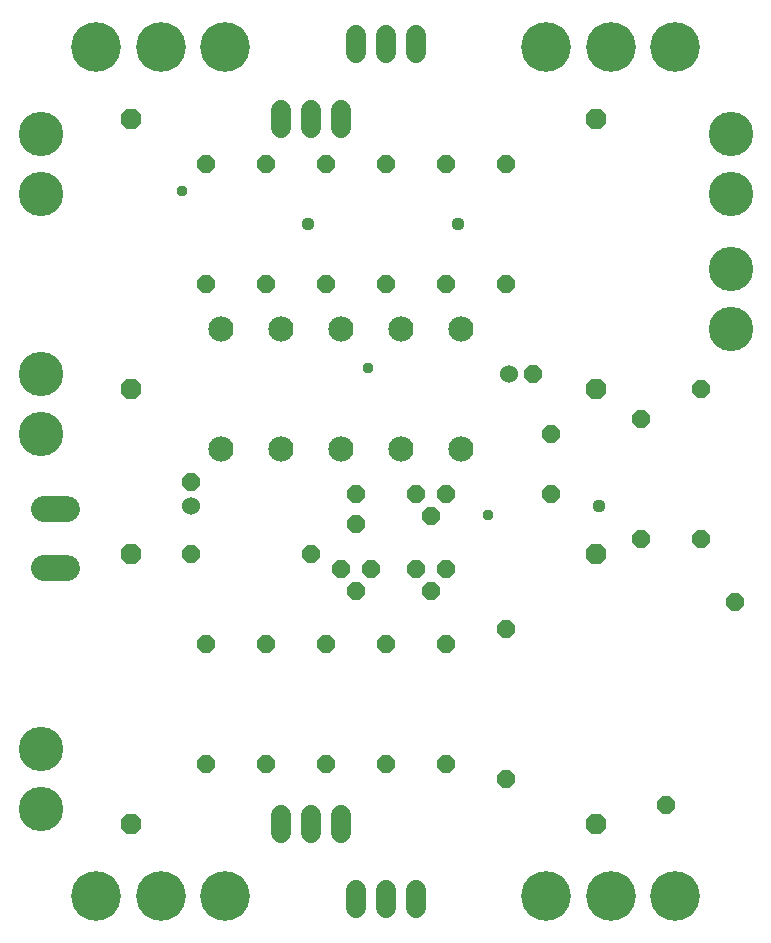
<source format=gbr>
G04 EAGLE Gerber RS-274X export*
G75*
%MOMM*%
%FSLAX34Y34*%
%LPD*%
%INSoldermask Bottom*%
%IPPOS*%
%AMOC8*
5,1,8,0,0,1.08239X$1,22.5*%
G01*
%ADD10P,1.649562X8X112.500000*%
%ADD11C,1.524000*%
%ADD12P,1.649562X8X22.500000*%
%ADD13C,2.133600*%
%ADD14C,3.759200*%
%ADD15P,1.635708X8X292.500000*%
%ADD16P,1.649562X8X202.500000*%
%ADD17C,1.727200*%
%ADD18P,1.649562X8X292.500000*%
%ADD19P,1.869504X8X292.500000*%
%ADD20P,1.869504X8X112.500000*%
%ADD21C,4.203200*%
%ADD22C,2.184400*%
%ADD23C,0.959600*%
%ADD24C,1.117600*%


D10*
X165100Y416560D03*
D11*
X165100Y396240D03*
D12*
X454660Y508000D03*
D11*
X434340Y508000D03*
D10*
X304800Y381000D03*
X304800Y406400D03*
X469900Y406400D03*
X469900Y457200D03*
D13*
X241300Y546100D03*
X241300Y444500D03*
X393700Y546100D03*
X393700Y444500D03*
X190500Y546100D03*
X190500Y444500D03*
X292100Y546100D03*
X292100Y444500D03*
X342900Y546100D03*
X342900Y444500D03*
D14*
X38100Y190500D03*
X38100Y139700D03*
X38100Y660400D03*
X38100Y711200D03*
X622300Y660400D03*
X622300Y711200D03*
X622300Y546100D03*
X622300Y596900D03*
D15*
X567400Y142600D03*
X626400Y314600D03*
D16*
X317500Y342900D03*
X304800Y323850D03*
X292100Y342900D03*
X381000Y342900D03*
X368300Y323850D03*
X355600Y342900D03*
X381000Y406400D03*
X368300Y387350D03*
X355600Y406400D03*
D17*
X241300Y716280D02*
X241300Y731520D01*
X266700Y731520D02*
X266700Y716280D01*
X292100Y716280D02*
X292100Y731520D01*
X292100Y134620D02*
X292100Y119380D01*
X266700Y119380D02*
X266700Y134620D01*
X241300Y134620D02*
X241300Y119380D01*
X304800Y779780D02*
X304800Y795020D01*
X330200Y795020D02*
X330200Y779780D01*
X355600Y779780D02*
X355600Y795020D01*
X355600Y71120D02*
X355600Y55880D01*
X330200Y55880D02*
X330200Y71120D01*
X304800Y71120D02*
X304800Y55880D01*
D12*
X165100Y355600D03*
X266700Y355600D03*
D18*
X381000Y685800D03*
X381000Y584200D03*
X330200Y279400D03*
X330200Y177800D03*
X431800Y685800D03*
X431800Y584200D03*
X381000Y279400D03*
X381000Y177800D03*
D19*
X114300Y723900D03*
X114300Y495300D03*
X114300Y355600D03*
X114300Y127000D03*
X508000Y723900D03*
X508000Y495300D03*
D20*
X508000Y127000D03*
X508000Y355600D03*
D10*
X596900Y368300D03*
X596900Y495300D03*
D18*
X431800Y292100D03*
X431800Y165100D03*
X228600Y685800D03*
X228600Y584200D03*
D10*
X177800Y177800D03*
X177800Y279400D03*
D18*
X279400Y685800D03*
X279400Y584200D03*
D10*
X228600Y177800D03*
X228600Y279400D03*
D18*
X177800Y685800D03*
X177800Y584200D03*
D10*
X546100Y368300D03*
X546100Y469900D03*
D18*
X330200Y685800D03*
X330200Y584200D03*
X279400Y279400D03*
X279400Y177800D03*
D21*
X194200Y66040D03*
X139700Y66040D03*
X85200Y66040D03*
X575200Y66040D03*
X520700Y66040D03*
X466200Y66040D03*
X85200Y784860D03*
X139700Y784860D03*
X194200Y784860D03*
X466200Y784860D03*
X520700Y784860D03*
X575200Y784860D03*
D22*
X60706Y343154D02*
X40894Y343154D01*
X40894Y393446D02*
X60706Y393446D01*
D14*
X38100Y457200D03*
X38100Y508000D03*
D23*
X416560Y388620D03*
X314960Y513080D03*
X157480Y662940D03*
D24*
X264160Y635000D03*
X391160Y635000D03*
X510540Y396240D03*
M02*

</source>
